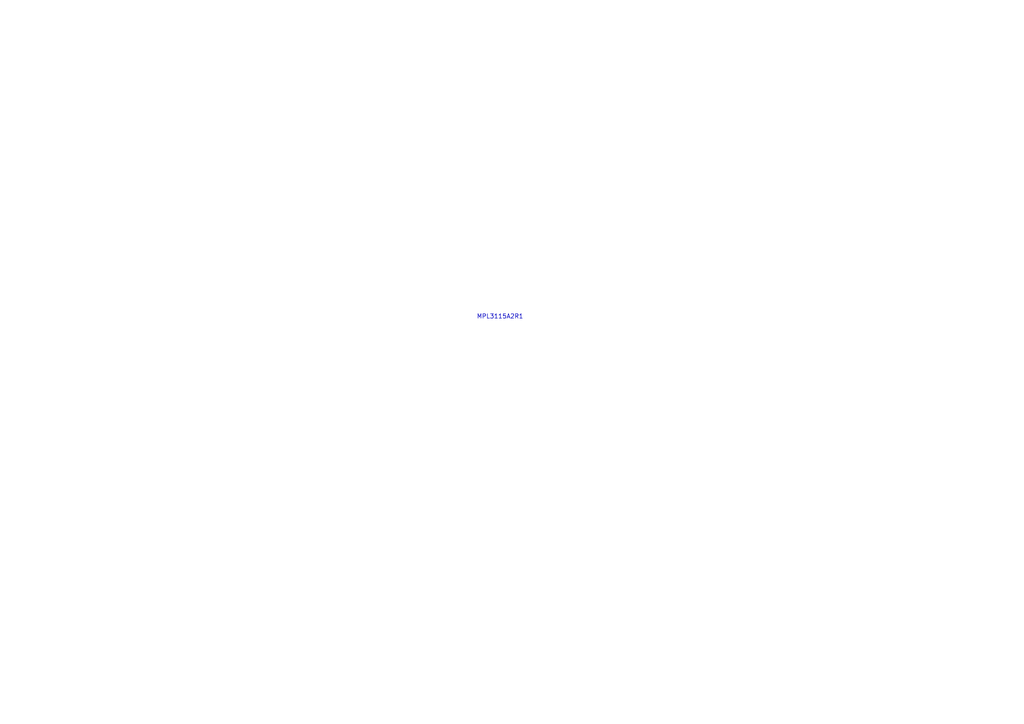
<source format=kicad_sch>
(kicad_sch
	(version 20250114)
	(generator "eeschema")
	(generator_version "9.0")
	(uuid "44f1e453-a427-460c-9748-891cdb839b93")
	(paper "A4")
	(lib_symbols)
	(text "MPL3115A2R1\n"
		(exclude_from_sim no)
		(at 145.034 91.948 0)
		(effects
			(font
				(size 1.27 1.27)
			)
		)
		(uuid "8f6dcf1f-c752-45c7-bc5f-bed1b680d415")
	)
)

</source>
